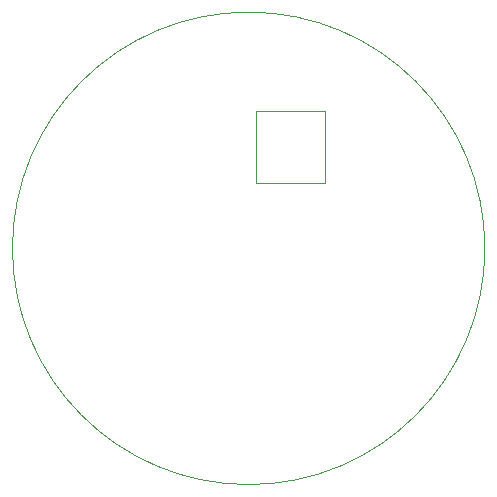
<source format=gbr>
%TF.GenerationSoftware,KiCad,Pcbnew,7.0.9*%
%TF.CreationDate,2024-04-20T19:42:18-07:00*%
%TF.ProjectId,mini_lipo_v1,6d696e69-5f6c-4697-906f-5f76312e6b69,rev?*%
%TF.SameCoordinates,Original*%
%TF.FileFunction,Profile,NP*%
%FSLAX46Y46*%
G04 Gerber Fmt 4.6, Leading zero omitted, Abs format (unit mm)*
G04 Created by KiCad (PCBNEW 7.0.9) date 2024-04-20 19:42:18*
%MOMM*%
%LPD*%
G01*
G04 APERTURE LIST*
%TA.AperFunction,Profile*%
%ADD10C,0.100000*%
%TD*%
G04 APERTURE END LIST*
D10*
X120457000Y-50226000D02*
G75*
G03*
X120457000Y-50226000I-20000000J0D01*
G01*
X101092000Y-38608000D02*
X106934000Y-38608000D01*
X106934000Y-44704000D01*
X101092000Y-44704000D01*
X101092000Y-38608000D01*
M02*

</source>
